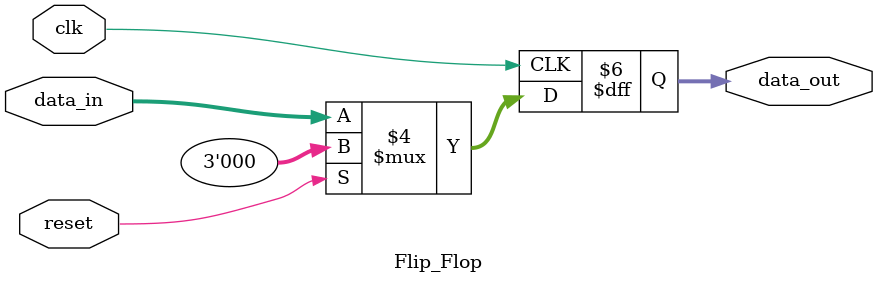
<source format=v>
`timescale 1ns / 1ps

module Flip_Flop(
        input [2:0] data_in,
        input reset,
        input clk,
        output reg [2:0] data_out
    );
    
always @(posedge clk) begin
    if(reset==1) begin
        data_out<=0;
    end
    else begin
        data_out<=data_in;
    end
end
endmodule

</source>
